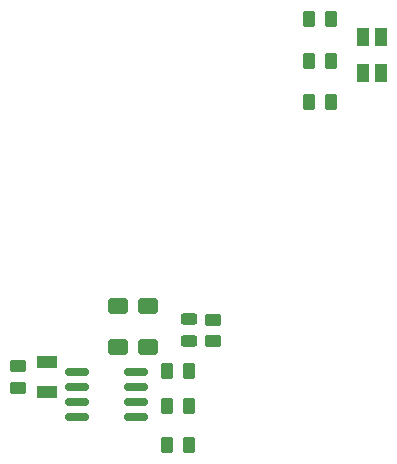
<source format=gbr>
%TF.GenerationSoftware,KiCad,Pcbnew,9.0.1*%
%TF.CreationDate,2025-06-21T17:44:42+02:00*%
%TF.ProjectId,PicoLogger_Small,5069636f-4c6f-4676-9765-725f536d616c,rev?*%
%TF.SameCoordinates,Original*%
%TF.FileFunction,Paste,Top*%
%TF.FilePolarity,Positive*%
%FSLAX46Y46*%
G04 Gerber Fmt 4.6, Leading zero omitted, Abs format (unit mm)*
G04 Created by KiCad (PCBNEW 9.0.1) date 2025-06-21 17:44:42*
%MOMM*%
%LPD*%
G01*
G04 APERTURE LIST*
G04 Aperture macros list*
%AMRoundRect*
0 Rectangle with rounded corners*
0 $1 Rounding radius*
0 $2 $3 $4 $5 $6 $7 $8 $9 X,Y pos of 4 corners*
0 Add a 4 corners polygon primitive as box body*
4,1,4,$2,$3,$4,$5,$6,$7,$8,$9,$2,$3,0*
0 Add four circle primitives for the rounded corners*
1,1,$1+$1,$2,$3*
1,1,$1+$1,$4,$5*
1,1,$1+$1,$6,$7*
1,1,$1+$1,$8,$9*
0 Add four rect primitives between the rounded corners*
20,1,$1+$1,$2,$3,$4,$5,0*
20,1,$1+$1,$4,$5,$6,$7,0*
20,1,$1+$1,$6,$7,$8,$9,0*
20,1,$1+$1,$8,$9,$2,$3,0*%
G04 Aperture macros list end*
%ADD10RoundRect,0.250000X0.262500X0.450000X-0.262500X0.450000X-0.262500X-0.450000X0.262500X-0.450000X0*%
%ADD11R,1.800000X1.000000*%
%ADD12R,1.100000X1.500000*%
%ADD13RoundRect,0.250000X-0.450000X0.262500X-0.450000X-0.262500X0.450000X-0.262500X0.450000X0.262500X0*%
%ADD14RoundRect,0.250000X0.450000X-0.262500X0.450000X0.262500X-0.450000X0.262500X-0.450000X-0.262500X0*%
%ADD15RoundRect,0.250000X0.600000X-0.400000X0.600000X0.400000X-0.600000X0.400000X-0.600000X-0.400000X0*%
%ADD16RoundRect,0.243750X0.456250X-0.243750X0.456250X0.243750X-0.456250X0.243750X-0.456250X-0.243750X0*%
%ADD17RoundRect,0.150000X-0.825000X-0.150000X0.825000X-0.150000X0.825000X0.150000X-0.825000X0.150000X0*%
G04 APERTURE END LIST*
D10*
%TO.C,R5*%
X166500000Y-100750000D03*
X164675000Y-100750000D03*
%TD*%
D11*
%TO.C,Y1*%
X154500000Y-99500000D03*
X154500000Y-97000000D03*
%TD*%
D12*
%TO.C,D1*%
X182750000Y-69500000D03*
X182750000Y-72500000D03*
X181250000Y-72500000D03*
X181250000Y-69500000D03*
%TD*%
D13*
%TO.C,R7*%
X168500000Y-93425000D03*
X168500000Y-95250000D03*
%TD*%
D10*
%TO.C,R4*%
X166500000Y-104000000D03*
X164675000Y-104000000D03*
%TD*%
D14*
%TO.C,R8*%
X152000000Y-99162500D03*
X152000000Y-97337500D03*
%TD*%
D10*
%TO.C,R2*%
X178500000Y-71500000D03*
X176675000Y-71500000D03*
%TD*%
D15*
%TO.C,D4*%
X163000000Y-95750000D03*
X163000000Y-92250000D03*
%TD*%
D10*
%TO.C,R3*%
X178500000Y-75000000D03*
X176675000Y-75000000D03*
%TD*%
D15*
%TO.C,D3*%
X160500000Y-95750000D03*
X160500000Y-92250000D03*
%TD*%
D16*
%TO.C,D2*%
X166500000Y-95250000D03*
X166500000Y-93375000D03*
%TD*%
D10*
%TO.C,R1*%
X178500000Y-68000000D03*
X176675000Y-68000000D03*
%TD*%
%TO.C,R6*%
X166500000Y-97750000D03*
X164675000Y-97750000D03*
%TD*%
D17*
%TO.C,U1*%
X157025000Y-97845000D03*
X157025000Y-99115000D03*
X157025000Y-100385000D03*
X157025000Y-101655000D03*
X161975000Y-101655000D03*
X161975000Y-100385000D03*
X161975000Y-99115000D03*
X161975000Y-97845000D03*
%TD*%
M02*

</source>
